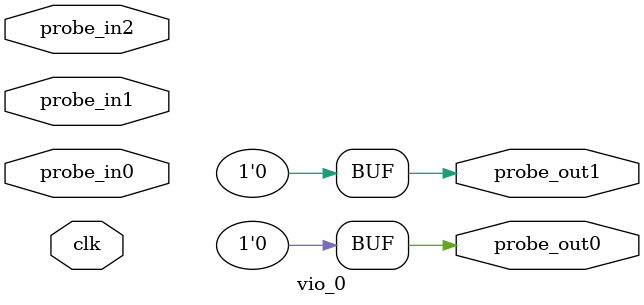
<source format=v>
`timescale 1ns / 1ps
module vio_0 (
clk,
probe_in0,probe_in1,probe_in2,
probe_out0,
probe_out1
);

input clk;
input [0 : 0] probe_in0;
input [0 : 0] probe_in1;
input [0 : 0] probe_in2;

output reg [0 : 0] probe_out0 = 'h0 ;
output reg [0 : 0] probe_out1 = 'h0 ;


endmodule

</source>
